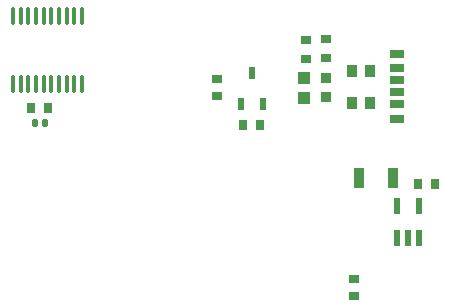
<source format=gbr>
%TF.GenerationSoftware,KiCad,Pcbnew,7.0.8*%
%TF.CreationDate,2024-01-19T17:30:03-07:00*%
%TF.ProjectId,Remote,52656d6f-7465-42e6-9b69-6361645f7063,rev?*%
%TF.SameCoordinates,Original*%
%TF.FileFunction,Paste,Top*%
%TF.FilePolarity,Positive*%
%FSLAX46Y46*%
G04 Gerber Fmt 4.6, Leading zero omitted, Abs format (unit mm)*
G04 Created by KiCad (PCBNEW 7.0.8) date 2024-01-19 17:30:03*
%MOMM*%
%LPD*%
G01*
G04 APERTURE LIST*
G04 Aperture macros list*
%AMRoundRect*
0 Rectangle with rounded corners*
0 $1 Rounding radius*
0 $2 $3 $4 $5 $6 $7 $8 $9 X,Y pos of 4 corners*
0 Add a 4 corners polygon primitive as box body*
4,1,4,$2,$3,$4,$5,$6,$7,$8,$9,$2,$3,0*
0 Add four circle primitives for the rounded corners*
1,1,$1+$1,$2,$3*
1,1,$1+$1,$4,$5*
1,1,$1+$1,$6,$7*
1,1,$1+$1,$8,$9*
0 Add four rect primitives between the rounded corners*
20,1,$1+$1,$2,$3,$4,$5,0*
20,1,$1+$1,$4,$5,$6,$7,0*
20,1,$1+$1,$6,$7,$8,$9,0*
20,1,$1+$1,$8,$9,$2,$3,0*%
G04 Aperture macros list end*
%ADD10R,0.940000X1.020000*%
%ADD11R,0.558800X1.320800*%
%ADD12R,0.660400X0.939800*%
%ADD13R,0.600000X1.050000*%
%ADD14R,1.000000X1.100000*%
%ADD15R,1.200000X0.700000*%
%ADD16R,1.200000X0.760000*%
%ADD17R,1.200000X0.800000*%
%ADD18R,0.930000X0.810000*%
%ADD19R,0.930000X0.790000*%
%ADD20RoundRect,0.100000X0.100000X-0.637500X0.100000X0.637500X-0.100000X0.637500X-0.100000X-0.637500X0*%
%ADD21R,0.939800X0.660400*%
%ADD22R,0.970000X1.730000*%
%ADD23RoundRect,0.075600X0.194400X-0.224400X0.194400X0.224400X-0.194400X0.224400X-0.194400X-0.224400X0*%
G04 APERTURE END LIST*
D10*
%TO.C,R7*%
X168253000Y-76599000D03*
X169833000Y-76599000D03*
%TD*%
D11*
%TO.C,U1*%
X172099800Y-90749400D03*
X173039600Y-90749400D03*
X173979400Y-90749400D03*
X173979400Y-88006200D03*
X172099800Y-88006200D03*
%TD*%
D12*
%TO.C,C5*%
X141120200Y-79702600D03*
X142542600Y-79702600D03*
%TD*%
D13*
%TO.C,U2*%
X158865000Y-79342894D03*
X160765000Y-79342894D03*
X159815000Y-76742894D03*
%TD*%
D14*
%TO.C,D4*%
X164240000Y-78840000D03*
X164240000Y-77140000D03*
%TD*%
D12*
%TO.C,C1*%
X175283800Y-86188600D03*
X173861400Y-86188600D03*
%TD*%
D15*
%TO.C,J1*%
X172055000Y-78383500D03*
D16*
X172055000Y-76363500D03*
D17*
X172055000Y-75133500D03*
D15*
X172055000Y-77383500D03*
D16*
X172055000Y-79403500D03*
D17*
X172055000Y-80633500D03*
%TD*%
D18*
%TO.C,D1*%
X166090000Y-77150000D03*
X166090000Y-78770000D03*
%TD*%
D19*
%TO.C,R2*%
X164360000Y-75570000D03*
X164360000Y-73930000D03*
%TD*%
%TO.C,R3*%
X166100000Y-75470000D03*
X166100000Y-73830000D03*
%TD*%
D20*
%TO.C,U3*%
X139590000Y-77657500D03*
X140240000Y-77657500D03*
X140890000Y-77657500D03*
X141540000Y-77657500D03*
X142190000Y-77657500D03*
X142840000Y-77657500D03*
X143490000Y-77657500D03*
X144140000Y-77657500D03*
X144790000Y-77657500D03*
X145440000Y-77657500D03*
X145440000Y-71932500D03*
X144790000Y-71932500D03*
X144140000Y-71932500D03*
X143490000Y-71932500D03*
X142840000Y-71932500D03*
X142190000Y-71932500D03*
X141540000Y-71932500D03*
X140890000Y-71932500D03*
X140240000Y-71932500D03*
X139590000Y-71932500D03*
%TD*%
D21*
%TO.C,C3*%
X156827000Y-77260200D03*
X156827000Y-78682600D03*
%TD*%
%TO.C,C2*%
X168462200Y-94190200D03*
X168462200Y-95612600D03*
%TD*%
D10*
%TO.C,R6*%
X168253000Y-79263000D03*
X169833000Y-79263000D03*
%TD*%
D22*
%TO.C,R1*%
X168840000Y-85600000D03*
X171800000Y-85600000D03*
%TD*%
D23*
%TO.C,C6*%
X141415000Y-81005000D03*
X142275000Y-81005000D03*
%TD*%
D12*
%TO.C,C4*%
X159050200Y-81128200D03*
X160472600Y-81128200D03*
%TD*%
M02*

</source>
